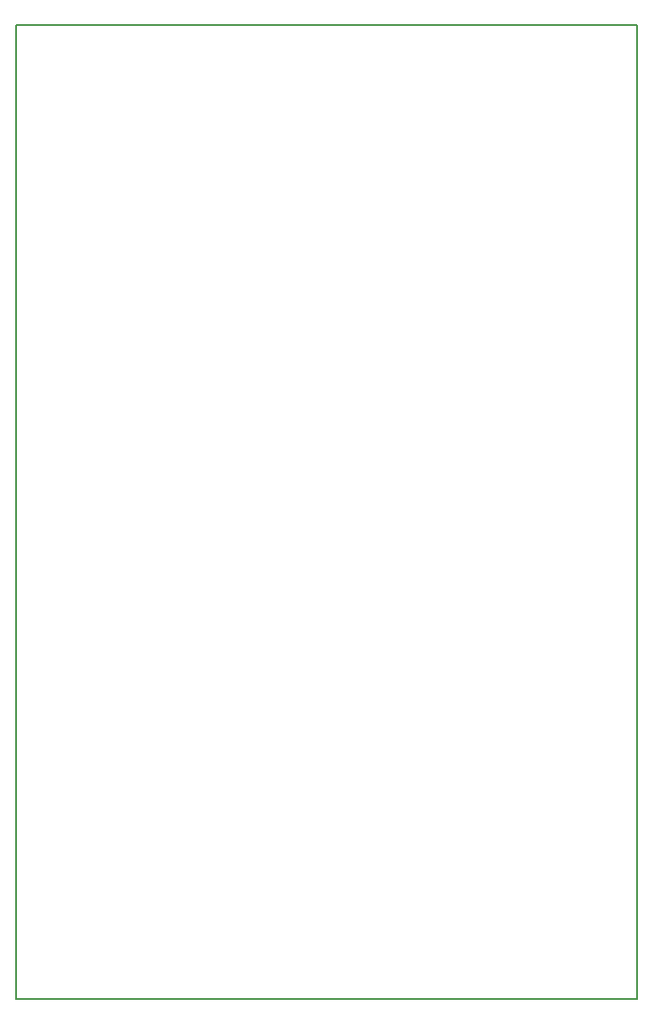
<source format=gbr>
%TF.GenerationSoftware,KiCad,Pcbnew,(5.99.0-13086-gffd1139cfe)*%
%TF.CreationDate,2021-11-22T18:43:28+08:00*%
%TF.ProjectId,Farini_EURO,46617269-6e69-45f4-9555-524f2e6b6963,rev?*%
%TF.SameCoordinates,Original*%
%TF.FileFunction,Profile,NP*%
%FSLAX46Y46*%
G04 Gerber Fmt 4.6, Leading zero omitted, Abs format (unit mm)*
G04 Created by KiCad (PCBNEW (5.99.0-13086-gffd1139cfe)) date 2021-11-22 18:43:28*
%MOMM*%
%LPD*%
G01*
G04 APERTURE LIST*
%TA.AperFunction,Profile*%
%ADD10C,0.150000*%
%TD*%
G04 APERTURE END LIST*
D10*
X47205489Y-140455901D02*
X106135489Y-140455901D01*
X47205489Y-48154626D02*
X47205489Y-140455901D01*
X106135489Y-48154626D02*
X47205489Y-48154626D01*
X106135489Y-140455901D02*
X106135489Y-48154626D01*
M02*

</source>
